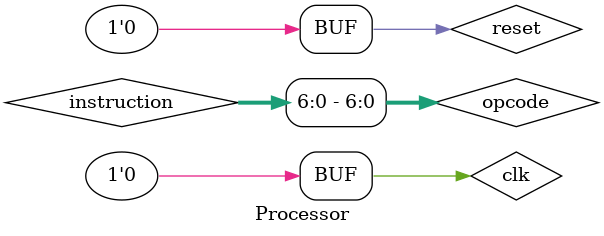
<source format=sv>
`include "ALU.sv"
`include "ALUControl.sv"
`include "Control.sv"
`include "InstMem.sv"
`include "Memory.sv"
`include "RegFile.sv"
`include "PC.sv"
`include "ImmGen.sv"


module Processor();


    reg [63:0] pc_in, pc_out;
    reg ALUsrc, MemtoReg, RegWrite, MemRead, MemWrite, Branch;
    reg [63:0] Readdata1, Readdata2, WriteData;
    reg [1:0] ALUOp;
    reg [63:0] imm_out;
    reg [31:0] instruction;
    reg [3:0] ALUIn;
    reg [63:0] Readdata;
    reg zr;
    reg [63:0] ALUout;
    reg [6:0] opcode;
    reg [63:0] ALUY;
   
    reg clk, reset;
  
    initial begin 
    
      reset = 1;
      #3
      reset = 0;
      clk = 0;
      #32

      repeat(360) begin
	#3
	clk = ~clk; 
      end
    
    end
  
  
    PC pc_inst(
        .clk(clk), 
        .reset(reset),
        .in(pc_in),
        .out(pc_out)         
    );

    InstMem mem(
        .address(pc_out),
        .instruction(instruction)
    );

    Control control_unit(
        .instruction(opcode),
        .ALUsrc(ALUsrc),
        .MemtoReg(MemtoReg),
        .RegWrite(RegWrite),
        .MemRead(MemRead),
        .MemWrite(MemWrite),
        .Branch(Branch),
        .ALUOp(ALUOp)
    );

    RegFile reg_file(
        .clk(clk),
        .instruction(instruction),
        .RegWrite(RegWrite),
        .WriteData(WriteData),
        .Readdata1(Readdata1),
        .Readdata2(Readdata2)
    ); 

    ImmGen imm(
        .instruction(instruction),
        .out(imm_out)
    );

    ALUControl control_alu(
        .instruction(instruction),
        .ALUOp(ALUOp),
        .ALUIn(ALUIn)
    );
    
    ALU alu(
        .clk(clk),
        .x(Readdata1),
        .y(ALUY),
        .src(ALUIn),
        .out(ALUout),
        .zr(zr)
    );

    Memory memory(
        .clk(clk),
        .address(ALUout),
        .WriteData(Readdata2),
        .MemRead(MemRead),
        .MemWrite(MemWrite),
        .Readdata(Readdata)
    );

    assign WriteData = MemtoReg ? Readdata : ALUout;
    assign ALUY = ALUsrc ? imm_out : Readdata2;
    assign opcode = instruction[6:0];
    assign pc_in = (zr & Branch) ? (pc_out + (imm_out<<1)) : pc_out + 4;
  

endmodule

</source>
